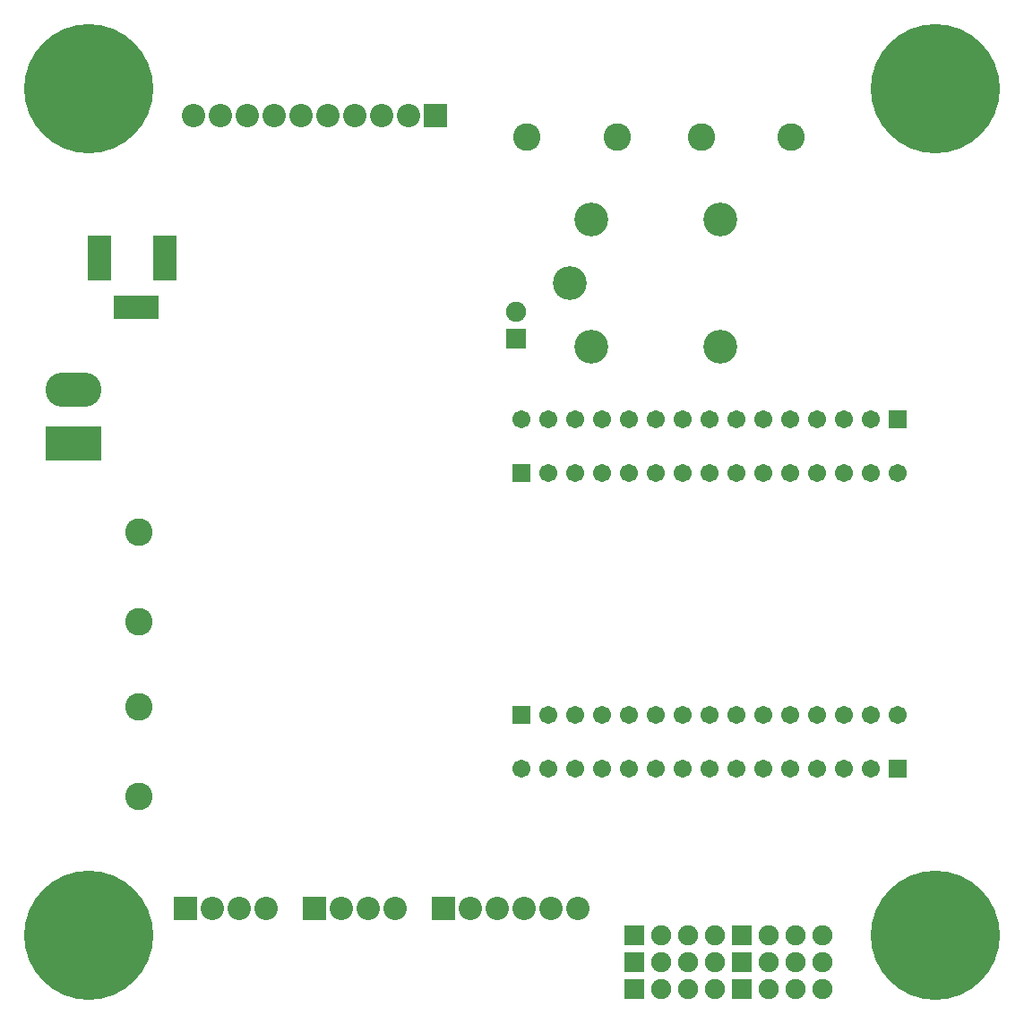
<source format=gbs>
G04*
G04 #@! TF.GenerationSoftware,Altium Limited,Altium Designer,21.0.3 (12)*
G04*
G04 Layer_Color=16711935*
%FSLAX25Y25*%
%MOIN*%
G70*
G04*
G04 #@! TF.SameCoordinates,E6294E34-86D8-4D4B-B4CD-31F9D36B8334*
G04*
G04*
G04 #@! TF.FilePolarity,Negative*
G04*
G01*
G75*
%ADD70C,0.10249*%
%ADD71O,0.20800X0.12800*%
%ADD72R,0.20800X0.12800*%
%ADD73R,0.16548X0.08674*%
%ADD74R,0.08674X0.16548*%
%ADD75C,0.08674*%
%ADD76R,0.08674X0.08674*%
%ADD77C,0.12611*%
%ADD78R,0.07493X0.07493*%
%ADD79C,0.07493*%
%ADD80C,0.06706*%
%ADD81R,0.06706X0.06706*%
%ADD82R,0.07493X0.07493*%
%ADD83C,0.48044*%
D70*
X77500Y175461D02*
D03*
Y110500D02*
D03*
Y143965D02*
D03*
Y208925D02*
D03*
X286961Y356000D02*
D03*
X222000D02*
D03*
X255465D02*
D03*
X320425D02*
D03*
D71*
X53150Y261968D02*
D03*
D72*
Y241968D02*
D03*
D73*
X76772Y292520D02*
D03*
D74*
X62992Y311024D02*
D03*
X87402D02*
D03*
D75*
X98000Y364000D02*
D03*
X108000D02*
D03*
X118000D02*
D03*
X128000D02*
D03*
X148000D02*
D03*
X158000D02*
D03*
X168000D02*
D03*
X178000D02*
D03*
X138000D02*
D03*
X105000Y69000D02*
D03*
X115000D02*
D03*
X125000D02*
D03*
X153000D02*
D03*
X163000D02*
D03*
X173000D02*
D03*
X241000D02*
D03*
X201000D02*
D03*
X211000D02*
D03*
X221000D02*
D03*
X231000D02*
D03*
D76*
X188000Y364000D02*
D03*
X95000Y69000D02*
D03*
X143000D02*
D03*
X191000D02*
D03*
D77*
X294000Y278000D02*
D03*
Y325244D02*
D03*
X245969Y278000D02*
D03*
Y325244D02*
D03*
X238094Y301622D02*
D03*
D78*
X218032Y281000D02*
D03*
D79*
Y291000D02*
D03*
X312000Y39000D02*
D03*
X322000D02*
D03*
X332000D02*
D03*
X312000Y49000D02*
D03*
X322000D02*
D03*
X332000D02*
D03*
X312000Y59000D02*
D03*
X322000D02*
D03*
X332000D02*
D03*
X272000Y39000D02*
D03*
X282000D02*
D03*
X292000D02*
D03*
X272000Y49000D02*
D03*
X282000D02*
D03*
X292000D02*
D03*
X272000Y59000D02*
D03*
X282000D02*
D03*
X292000Y59000D02*
D03*
D80*
X220000Y251000D02*
D03*
X230000Y251000D02*
D03*
X240000Y251000D02*
D03*
X250000D02*
D03*
X260000Y251000D02*
D03*
X270000Y251000D02*
D03*
X280000D02*
D03*
X290000D02*
D03*
X300000D02*
D03*
X310000Y251000D02*
D03*
X320000Y251000D02*
D03*
X330000Y251000D02*
D03*
X340000D02*
D03*
X350000D02*
D03*
X360000Y231000D02*
D03*
X350000Y231000D02*
D03*
X340000Y231000D02*
D03*
X330000D02*
D03*
X320000D02*
D03*
X310000D02*
D03*
X300000D02*
D03*
X290000D02*
D03*
X280000D02*
D03*
X270000D02*
D03*
X260000Y231000D02*
D03*
X250000Y231000D02*
D03*
X240000D02*
D03*
X230000D02*
D03*
X220000Y121000D02*
D03*
X230000Y121000D02*
D03*
X240000D02*
D03*
X250000D02*
D03*
X260000D02*
D03*
X270000D02*
D03*
X280000D02*
D03*
X290000D02*
D03*
X300000D02*
D03*
X310000Y121000D02*
D03*
X320000Y121000D02*
D03*
X330000D02*
D03*
X340000D02*
D03*
X350000D02*
D03*
X360000Y141000D02*
D03*
X350000Y141000D02*
D03*
X340000D02*
D03*
X330000D02*
D03*
X320000D02*
D03*
X310000D02*
D03*
X300000D02*
D03*
X290000D02*
D03*
X280000D02*
D03*
X270000Y141000D02*
D03*
X260000Y141000D02*
D03*
X250000D02*
D03*
X240000D02*
D03*
X230000D02*
D03*
D81*
X360000Y251000D02*
D03*
X220000Y231000D02*
D03*
X360000Y121000D02*
D03*
X220000Y141000D02*
D03*
D82*
X302000Y39000D02*
D03*
Y49000D02*
D03*
Y59000D02*
D03*
X262000Y39000D02*
D03*
Y49000D02*
D03*
X262000Y59000D02*
D03*
D83*
X374016Y374016D02*
D03*
Y59055D02*
D03*
X59055Y374016D02*
D03*
Y59055D02*
D03*
M02*

</source>
